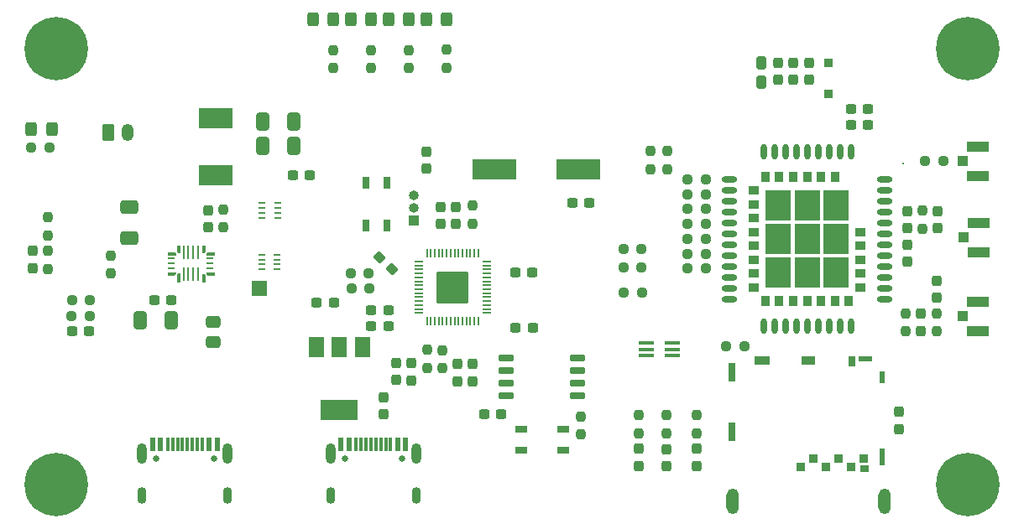
<source format=gbr>
%TF.GenerationSoftware,KiCad,Pcbnew,(6.0.2-0)*%
%TF.CreationDate,2022-03-01T22:23:55+01:00*%
%TF.ProjectId,RP2040GPSTracker,52503230-3430-4475-9053-547261636b65,rev?*%
%TF.SameCoordinates,PX4416780PY363af58*%
%TF.FileFunction,Soldermask,Top*%
%TF.FilePolarity,Negative*%
%FSLAX46Y46*%
G04 Gerber Fmt 4.6, Leading zero omitted, Abs format (unit mm)*
G04 Created by KiCad (PCBNEW (6.0.2-0)) date 2022-03-01 22:23:55*
%MOMM*%
%LPD*%
G01*
G04 APERTURE LIST*
G04 Aperture macros list*
%AMRoundRect*
0 Rectangle with rounded corners*
0 $1 Rounding radius*
0 $2 $3 $4 $5 $6 $7 $8 $9 X,Y pos of 4 corners*
0 Add a 4 corners polygon primitive as box body*
4,1,4,$2,$3,$4,$5,$6,$7,$8,$9,$2,$3,0*
0 Add four circle primitives for the rounded corners*
1,1,$1+$1,$2,$3*
1,1,$1+$1,$4,$5*
1,1,$1+$1,$6,$7*
1,1,$1+$1,$8,$9*
0 Add four rect primitives between the rounded corners*
20,1,$1+$1,$2,$3,$4,$5,0*
20,1,$1+$1,$4,$5,$6,$7,0*
20,1,$1+$1,$6,$7,$8,$9,0*
20,1,$1+$1,$8,$9,$2,$3,0*%
G04 Aperture macros list end*
%ADD10C,0.100000*%
%ADD11C,0.650000*%
%ADD12R,0.600000X1.450000*%
%ADD13R,0.300000X1.450000*%
%ADD14O,0.900000X1.700000*%
%ADD15O,1.000000X2.100000*%
%ADD16RoundRect,0.250000X-0.412500X-0.650000X0.412500X-0.650000X0.412500X0.650000X-0.412500X0.650000X0*%
%ADD17RoundRect,0.237500X0.237500X-0.250000X0.237500X0.250000X-0.237500X0.250000X-0.237500X-0.250000X0*%
%ADD18RoundRect,0.237500X-0.237500X0.300000X-0.237500X-0.300000X0.237500X-0.300000X0.237500X0.300000X0*%
%ADD19RoundRect,0.237500X-0.250000X-0.237500X0.250000X-0.237500X0.250000X0.237500X-0.250000X0.237500X0*%
%ADD20RoundRect,0.237500X0.237500X-0.300000X0.237500X0.300000X-0.237500X0.300000X-0.237500X-0.300000X0*%
%ADD21RoundRect,0.237500X0.300000X0.237500X-0.300000X0.237500X-0.300000X-0.237500X0.300000X-0.237500X0*%
%ADD22R,0.127000X0.127000*%
%ADD23R,0.250000X1.400000*%
%ADD24R,0.700000X0.250000*%
%ADD25C,6.400000*%
%ADD26O,1.600000X0.600000*%
%ADD27O,0.600000X1.600000*%
%ADD28R,1.100000X0.900000*%
%ADD29R,0.900000X1.100000*%
%ADD30R,2.600000X3.100000*%
%ADD31RoundRect,0.250000X-0.650000X0.412500X-0.650000X-0.412500X0.650000X-0.412500X0.650000X0.412500X0*%
%ADD32RoundRect,0.237500X-0.237500X0.250000X-0.237500X-0.250000X0.237500X-0.250000X0.237500X0.250000X0*%
%ADD33RoundRect,0.237500X0.250000X0.237500X-0.250000X0.237500X-0.250000X-0.237500X0.250000X-0.237500X0*%
%ADD34R,1.041400X0.990600*%
%ADD35R,2.209800X1.041400*%
%ADD36RoundRect,0.250000X-0.325000X-0.450000X0.325000X-0.450000X0.325000X0.450000X-0.325000X0.450000X0*%
%ADD37RoundRect,0.250000X-0.350000X-0.625000X0.350000X-0.625000X0.350000X0.625000X-0.350000X0.625000X0*%
%ADD38O,1.200000X1.750000*%
%ADD39RoundRect,0.250000X0.325000X0.450000X-0.325000X0.450000X-0.325000X-0.450000X0.325000X-0.450000X0*%
%ADD40R,1.500000X0.400000*%
%ADD41RoundRect,0.050000X0.387500X0.050000X-0.387500X0.050000X-0.387500X-0.050000X0.387500X-0.050000X0*%
%ADD42RoundRect,0.050000X0.050000X0.387500X-0.050000X0.387500X-0.050000X-0.387500X0.050000X-0.387500X0*%
%ADD43RoundRect,0.144000X1.456000X1.456000X-1.456000X1.456000X-1.456000X-1.456000X1.456000X-1.456000X0*%
%ADD44R,3.400000X2.000000*%
%ADD45RoundRect,0.237500X-0.300000X-0.237500X0.300000X-0.237500X0.300000X0.237500X-0.300000X0.237500X0*%
%ADD46R,0.711200X0.228600*%
%ADD47R,1.000000X1.000000*%
%ADD48O,1.000000X1.000000*%
%ADD49R,1.500000X2.000000*%
%ADD50R,3.800000X2.000000*%
%ADD51RoundRect,0.237500X0.237500X-0.287500X0.237500X0.287500X-0.237500X0.287500X-0.237500X-0.287500X0*%
%ADD52RoundRect,0.237500X-0.380070X0.044194X0.044194X-0.380070X0.380070X-0.044194X-0.044194X0.380070X0*%
%ADD53R,0.203200X0.203200*%
%ADD54R,0.101600X0.635000*%
%ADD55R,0.838200X0.939800*%
%ADD56R,0.939800X0.787400*%
%ADD57O,1.270000X2.565400*%
%ADD58R,0.558800X1.651000*%
%ADD59R,0.558800X1.219200*%
%ADD60R,1.371600X0.609600*%
%ADD61R,0.736600X1.016000*%
%ADD62R,1.346200X0.965200*%
%ADD63R,1.574800X0.965200*%
%ADD64R,0.635000X1.955800*%
%ADD65R,4.500000X2.000000*%
%ADD66RoundRect,0.250000X0.275000X-0.400000X0.275000X0.400000X-0.275000X0.400000X-0.275000X-0.400000X0*%
%ADD67R,0.950000X0.900000*%
%ADD68R,0.550000X0.300000*%
%ADD69R,0.520000X0.300000*%
%ADD70R,0.650000X1.200000*%
%ADD71RoundRect,0.250000X-0.475000X0.337500X-0.475000X-0.337500X0.475000X-0.337500X0.475000X0.337500X0*%
%ADD72R,1.200000X0.650000*%
%ADD73RoundRect,0.150000X0.650000X0.150000X-0.650000X0.150000X-0.650000X-0.150000X0.650000X-0.150000X0*%
G04 APERTURE END LIST*
D10*
%TO.C,U6*%
X19497571Y26081644D02*
X19497571Y26331644D01*
X19497571Y26331644D02*
X18797571Y26331644D01*
X18797571Y26331644D02*
X18797571Y26181644D01*
X18797571Y26181644D02*
X18897571Y26081644D01*
X18897571Y26081644D02*
X19497571Y26081644D01*
G36*
X19497571Y26081644D02*
G01*
X18897571Y26081644D01*
X18797571Y26181644D01*
X18797571Y26331644D01*
X19497571Y26331644D01*
X19497571Y26081644D01*
G37*
X19497571Y26081644D02*
X18897571Y26081644D01*
X18797571Y26181644D01*
X18797571Y26331644D01*
X19497571Y26331644D01*
X19497571Y26081644D01*
X14897569Y26081644D02*
X14897569Y26331644D01*
X14897569Y26331644D02*
X15597569Y26331644D01*
X15597569Y26331644D02*
X15597569Y26181644D01*
X15597569Y26181644D02*
X15497569Y26081644D01*
X15497569Y26081644D02*
X14897569Y26081644D01*
G36*
X15597569Y26181644D02*
G01*
X15497569Y26081644D01*
X14897569Y26081644D01*
X14897569Y26331644D01*
X15597569Y26331644D01*
X15597569Y26181644D01*
G37*
X15597569Y26181644D02*
X15497569Y26081644D01*
X14897569Y26081644D01*
X14897569Y26331644D01*
X15597569Y26331644D01*
X15597569Y26181644D01*
X18572885Y25406896D02*
X18322885Y25406896D01*
X18322885Y25406896D02*
X18322885Y26106896D01*
X18322885Y26106896D02*
X18472885Y26106896D01*
X18472885Y26106896D02*
X18572885Y26006896D01*
X18572885Y26006896D02*
X18572885Y25406896D01*
G36*
X18572885Y26006896D02*
G01*
X18572885Y25406896D01*
X18322885Y25406896D01*
X18322885Y26106896D01*
X18472885Y26106896D01*
X18572885Y26006896D01*
G37*
X18572885Y26006896D02*
X18572885Y25406896D01*
X18322885Y25406896D01*
X18322885Y26106896D01*
X18472885Y26106896D01*
X18572885Y26006896D01*
X15822255Y25406896D02*
X16072255Y25406896D01*
X16072255Y25406896D02*
X16072255Y26206896D01*
X16072255Y26206896D02*
X15922255Y26206896D01*
X15922255Y26206896D02*
X15822255Y26006896D01*
X15822255Y26006896D02*
X15822255Y25406896D01*
G36*
X16072255Y25406896D02*
G01*
X15822255Y25406896D01*
X15822255Y26006896D01*
X15922255Y26206896D01*
X16072255Y26206896D01*
X16072255Y25406896D01*
G37*
X16072255Y25406896D02*
X15822255Y25406896D01*
X15822255Y26006896D01*
X15922255Y26206896D01*
X16072255Y26206896D01*
X16072255Y25406896D01*
X19497571Y28332148D02*
X19497571Y28082148D01*
X19497571Y28082148D02*
X18797571Y28082148D01*
X18797571Y28082148D02*
X18797571Y28232148D01*
X18797571Y28232148D02*
X18897571Y28332148D01*
X18897571Y28332148D02*
X19497571Y28332148D01*
G36*
X19497571Y28082148D02*
G01*
X18797571Y28082148D01*
X18797571Y28232148D01*
X18897571Y28332148D01*
X19497571Y28332148D01*
X19497571Y28082148D01*
G37*
X19497571Y28082148D02*
X18797571Y28082148D01*
X18797571Y28232148D01*
X18897571Y28332148D01*
X19497571Y28332148D01*
X19497571Y28082148D01*
X18572885Y29006896D02*
X18322885Y29006896D01*
X18322885Y29006896D02*
X18322885Y28306896D01*
X18322885Y28306896D02*
X18472885Y28306896D01*
X18472885Y28306896D02*
X18572885Y28406896D01*
X18572885Y28406896D02*
X18572885Y29006896D01*
G36*
X18572885Y28406896D02*
G01*
X18472885Y28306896D01*
X18322885Y28306896D01*
X18322885Y29006896D01*
X18572885Y29006896D01*
X18572885Y28406896D01*
G37*
X18572885Y28406896D02*
X18472885Y28306896D01*
X18322885Y28306896D01*
X18322885Y29006896D01*
X18572885Y29006896D01*
X18572885Y28406896D01*
X15822255Y29006896D02*
X16072255Y29006896D01*
X16072255Y29006896D02*
X16072255Y28306896D01*
X16072255Y28306896D02*
X15922255Y28306896D01*
X15922255Y28306896D02*
X15822255Y28406896D01*
X15822255Y28406896D02*
X15822255Y29006896D01*
G36*
X16072255Y28306896D02*
G01*
X15922255Y28306896D01*
X15822255Y28406896D01*
X15822255Y29006896D01*
X16072255Y29006896D01*
X16072255Y28306896D01*
G37*
X16072255Y28306896D02*
X15922255Y28306896D01*
X15822255Y28406896D01*
X15822255Y29006896D01*
X16072255Y29006896D01*
X16072255Y28306896D01*
X14897569Y28332148D02*
X14897569Y28082148D01*
X14897569Y28082148D02*
X15597569Y28082148D01*
X15597569Y28082148D02*
X15597569Y28232148D01*
X15597569Y28232148D02*
X15497569Y28332148D01*
X15497569Y28332148D02*
X14897569Y28332148D01*
G36*
X15597569Y28232148D02*
G01*
X15597569Y28082148D01*
X14897569Y28082148D01*
X14897569Y28332148D01*
X15497569Y28332148D01*
X15597569Y28232148D01*
G37*
X15597569Y28232148D02*
X15597569Y28082148D01*
X14897569Y28082148D01*
X14897569Y28332148D01*
X15497569Y28332148D01*
X15597569Y28232148D01*
%TO.C,U4*%
X24100000Y24430001D02*
X24100000Y23989999D01*
X24100000Y23989999D02*
X24760001Y23989999D01*
X24760001Y23989999D02*
X24760001Y24430001D01*
X24760001Y24430001D02*
X24100000Y24430001D01*
G36*
X24760001Y23989999D02*
G01*
X24100000Y23989999D01*
X24100000Y24430001D01*
X24760001Y24430001D01*
X24760001Y23989999D01*
G37*
X24760001Y23989999D02*
X24100000Y23989999D01*
X24100000Y24430001D01*
X24760001Y24430001D01*
X24760001Y23989999D01*
X23359999Y24930000D02*
X23359999Y24490000D01*
X23359999Y24490000D02*
X24020000Y24490000D01*
X24020000Y24490000D02*
X24020000Y24930000D01*
X24020000Y24930000D02*
X23359999Y24930000D01*
G36*
X24020000Y24490000D02*
G01*
X23359999Y24490000D01*
X23359999Y24930000D01*
X24020000Y24930000D01*
X24020000Y24490000D01*
G37*
X24020000Y24490000D02*
X23359999Y24490000D01*
X23359999Y24930000D01*
X24020000Y24930000D01*
X24020000Y24490000D01*
X23359999Y25430001D02*
X23359999Y24989999D01*
X23359999Y24989999D02*
X24020000Y24989999D01*
X24020000Y24989999D02*
X24020000Y25430001D01*
X24020000Y25430001D02*
X23359999Y25430001D01*
G36*
X24020000Y24989999D02*
G01*
X23359999Y24989999D01*
X23359999Y25430001D01*
X24020000Y25430001D01*
X24020000Y24989999D01*
G37*
X24020000Y24989999D02*
X23359999Y24989999D01*
X23359999Y25430001D01*
X24020000Y25430001D01*
X24020000Y24989999D01*
X24100000Y24930000D02*
X24100000Y24490000D01*
X24100000Y24490000D02*
X24760001Y24490000D01*
X24760001Y24490000D02*
X24760001Y24930000D01*
X24760001Y24930000D02*
X24100000Y24930000D01*
G36*
X24760001Y24490000D02*
G01*
X24100000Y24490000D01*
X24100000Y24930000D01*
X24760001Y24930000D01*
X24760001Y24490000D01*
G37*
X24760001Y24490000D02*
X24100000Y24490000D01*
X24100000Y24930000D01*
X24760001Y24930000D01*
X24760001Y24490000D01*
X24100000Y25430001D02*
X24100000Y24989999D01*
X24100000Y24989999D02*
X24760001Y24989999D01*
X24760001Y24989999D02*
X24760001Y25430001D01*
X24760001Y25430001D02*
X24100000Y25430001D01*
G36*
X24760001Y24989999D02*
G01*
X24100000Y24989999D01*
X24100000Y25430001D01*
X24760001Y25430001D01*
X24760001Y24989999D01*
G37*
X24760001Y24989999D02*
X24100000Y24989999D01*
X24100000Y25430001D01*
X24760001Y25430001D01*
X24760001Y24989999D01*
X23359999Y24430001D02*
X23359999Y23989999D01*
X23359999Y23989999D02*
X24020000Y23989999D01*
X24020000Y23989999D02*
X24020000Y24430001D01*
X24020000Y24430001D02*
X23359999Y24430001D01*
G36*
X24020000Y23989999D02*
G01*
X23359999Y23989999D01*
X23359999Y24430001D01*
X24020000Y24430001D01*
X24020000Y23989999D01*
G37*
X24020000Y23989999D02*
X23359999Y23989999D01*
X23359999Y24430001D01*
X24020000Y24430001D01*
X24020000Y23989999D01*
%TD*%
D11*
%TO.C,J7*%
X32714800Y7464600D03*
X38494800Y7464600D03*
D12*
X32354800Y8909600D03*
X33154800Y8909600D03*
D13*
X34354800Y8909600D03*
X35354800Y8909600D03*
X35854800Y8909600D03*
X36854800Y8909600D03*
D12*
X38054800Y8909600D03*
X38854800Y8909600D03*
X38854800Y8909600D03*
X38054800Y8909600D03*
D13*
X37354800Y8909600D03*
X36354800Y8909600D03*
X34854800Y8909600D03*
X33854800Y8909600D03*
D12*
X33154800Y8909600D03*
X32354800Y8909600D03*
D14*
X31279800Y3814600D03*
D15*
X39929800Y7994600D03*
X31279800Y7994600D03*
D14*
X39929800Y3814600D03*
%TD*%
D16*
%TO.C,C46*%
X24463600Y39084600D03*
X27588600Y39084600D03*
%TD*%
D17*
%TO.C,R38*%
X2740000Y30050000D03*
X2740000Y31875000D03*
%TD*%
D18*
%TO.C,C24*%
X92440000Y25492500D03*
X92440000Y23767500D03*
%TD*%
D19*
%TO.C,R32*%
X91277500Y37530000D03*
X93102500Y37530000D03*
%TD*%
D20*
%TO.C,C28*%
X68180000Y6757500D03*
X68180000Y8482500D03*
%TD*%
D21*
%TO.C,C35*%
X31602500Y23250000D03*
X29877500Y23250000D03*
%TD*%
D22*
%TO.C,U6*%
X15947255Y25806896D03*
D23*
X16447381Y26106896D03*
X16947507Y26106896D03*
X17447633Y26106896D03*
X17947759Y26106896D03*
D22*
X18447885Y25756896D03*
X19147571Y26206644D03*
D24*
X19147571Y26706770D03*
X19147571Y27206896D03*
X19147571Y27707022D03*
D22*
X19147571Y28207148D03*
X18447885Y28656896D03*
D23*
X17947759Y28306896D03*
X17447633Y28306896D03*
X16947507Y28306896D03*
X16447381Y28306896D03*
D22*
X15947255Y28656896D03*
X15247569Y28207148D03*
D24*
X15247569Y27707022D03*
X15247569Y27206896D03*
X15247569Y26706770D03*
D22*
X15247569Y26206644D03*
%TD*%
D25*
%TO.C,H4*%
X3604800Y4864600D03*
%TD*%
D26*
%TO.C,U2*%
X71504000Y35731200D03*
X71504000Y34631200D03*
X71504000Y33531200D03*
X71504000Y32431200D03*
X71504000Y31331200D03*
X71504000Y30231200D03*
X71504000Y29131200D03*
X71504000Y28031200D03*
X71504000Y26931200D03*
X71504000Y25831200D03*
X71504000Y24731200D03*
X71504000Y23631200D03*
D27*
X74954000Y20881200D03*
X76054000Y20881200D03*
X77154000Y20881200D03*
X78254000Y20881200D03*
X79354000Y20881200D03*
X80454000Y20881200D03*
X81554000Y20881200D03*
X82654000Y20881200D03*
X83754000Y20881200D03*
D26*
X87204000Y23631200D03*
X87204000Y24731200D03*
X87204000Y25831200D03*
X87204000Y26931200D03*
X87204000Y28031200D03*
X87204000Y29131200D03*
X87204000Y30231200D03*
X87204000Y31331200D03*
X87204000Y32431200D03*
X87204000Y33531200D03*
X87204000Y34631200D03*
X87204000Y35731200D03*
D27*
X83754000Y38481200D03*
X82654000Y38481200D03*
X81554000Y38481200D03*
X80454000Y38481200D03*
X79354000Y38481200D03*
X78254000Y38481200D03*
X77154000Y38481200D03*
X76054000Y38481200D03*
X74954000Y38481200D03*
D28*
X74004000Y34581200D03*
X74004000Y33181200D03*
X74004000Y31781200D03*
X74004000Y30381200D03*
X74004000Y28981200D03*
X74004000Y27581200D03*
X74004000Y26181200D03*
X74004000Y24781200D03*
D29*
X75154000Y23381200D03*
X76554000Y23381200D03*
X77954000Y23381200D03*
X79354000Y23381200D03*
X80754000Y23381200D03*
X82154000Y23381200D03*
X83554000Y23381200D03*
D28*
X84704000Y24781200D03*
X84704000Y26181200D03*
X84704000Y27581200D03*
X84704000Y28981200D03*
X84704000Y30381200D03*
D29*
X82154000Y35981200D03*
X80754000Y35981200D03*
X79354000Y35981200D03*
X77954000Y35981200D03*
X76554000Y35981200D03*
X75154000Y35981200D03*
D30*
X76454000Y33081200D03*
X76454000Y29681200D03*
X76454000Y26281200D03*
X79354000Y26281200D03*
X82254000Y26281200D03*
X82254000Y29681200D03*
X82254000Y33081200D03*
X79354000Y33081200D03*
X79354000Y29681200D03*
%TD*%
D31*
%TO.C,C34*%
X10965000Y32887500D03*
X10965000Y29762500D03*
%TD*%
D32*
%TO.C,R30*%
X35350000Y48765000D03*
X35350000Y46940000D03*
%TD*%
D19*
%TO.C,R16*%
X60852500Y24300000D03*
X62677500Y24300000D03*
%TD*%
D33*
%TO.C,R28*%
X2940000Y38925000D03*
X1115000Y38925000D03*
%TD*%
D25*
%TO.C,H3*%
X95604800Y4864600D03*
%TD*%
D34*
%TO.C,J4*%
X95085600Y21883200D03*
D35*
X96610601Y20408199D03*
X96610601Y23358201D03*
%TD*%
D18*
%TO.C,C23*%
X89460000Y32495000D03*
X89460000Y30770000D03*
%TD*%
D33*
%TO.C,R7*%
X69152500Y31200000D03*
X67327500Y31200000D03*
%TD*%
D19*
%TO.C,R19*%
X33377500Y24700000D03*
X35202500Y24700000D03*
%TD*%
D36*
%TO.C,D4*%
X37110000Y51860000D03*
X39160000Y51860000D03*
%TD*%
D21*
%TO.C,C19*%
X57381700Y33293400D03*
X55656700Y33293400D03*
%TD*%
D37*
%TO.C,J9*%
X8850000Y40422000D03*
D38*
X10850000Y40422000D03*
%TD*%
D18*
%TO.C,C8*%
X45631000Y17055600D03*
X45631000Y15330600D03*
%TD*%
D39*
%TO.C,D2*%
X3165000Y40750000D03*
X1115000Y40750000D03*
%TD*%
D19*
%TO.C,R18*%
X33327500Y26200000D03*
X35152500Y26200000D03*
%TD*%
D20*
%TO.C,C20*%
X40990000Y36797500D03*
X40990000Y38522500D03*
%TD*%
D19*
%TO.C,R27*%
X71177500Y18830000D03*
X73002500Y18830000D03*
%TD*%
D18*
%TO.C,C11*%
X39408000Y17129600D03*
X39408000Y15404600D03*
%TD*%
D32*
%TO.C,R22*%
X42980000Y48782500D03*
X42980000Y46957500D03*
%TD*%
D33*
%TO.C,R8*%
X69152500Y34200000D03*
X67327500Y34200000D03*
%TD*%
D17*
%TO.C,R25*%
X65140000Y10040000D03*
X65140000Y11865000D03*
%TD*%
%TO.C,R20*%
X92440000Y20337500D03*
X92440000Y22162500D03*
%TD*%
D32*
%TO.C,R5*%
X56553000Y11768600D03*
X56553000Y9943600D03*
%TD*%
%TO.C,R21*%
X90980000Y32552500D03*
X90980000Y30727500D03*
%TD*%
D40*
%TO.C,CR1*%
X65790000Y17900000D03*
X65790000Y18550000D03*
X65790000Y19200000D03*
X63130000Y19200000D03*
X63130000Y18550000D03*
X63130000Y17900000D03*
%TD*%
D41*
%TO.C,U3*%
X47036500Y22202600D03*
X47036500Y22602600D03*
X47036500Y23002600D03*
X47036500Y23402600D03*
X47036500Y23802600D03*
X47036500Y24202600D03*
X47036500Y24602600D03*
X47036500Y25002600D03*
X47036500Y25402600D03*
X47036500Y25802600D03*
X47036500Y26202600D03*
X47036500Y26602600D03*
X47036500Y27002600D03*
X47036500Y27402600D03*
D42*
X46199000Y28240100D03*
X45799000Y28240100D03*
X45399000Y28240100D03*
X44999000Y28240100D03*
X44599000Y28240100D03*
X44199000Y28240100D03*
X43799000Y28240100D03*
X43399000Y28240100D03*
X42999000Y28240100D03*
X42599000Y28240100D03*
X42199000Y28240100D03*
X41799000Y28240100D03*
X41399000Y28240100D03*
X40999000Y28240100D03*
D41*
X40161500Y27402600D03*
X40161500Y27002600D03*
X40161500Y26602600D03*
X40161500Y26202600D03*
X40161500Y25802600D03*
X40161500Y25402600D03*
X40161500Y25002600D03*
X40161500Y24602600D03*
X40161500Y24202600D03*
X40161500Y23802600D03*
X40161500Y23402600D03*
X40161500Y23002600D03*
X40161500Y22602600D03*
X40161500Y22202600D03*
D42*
X40999000Y21365100D03*
X41399000Y21365100D03*
X41799000Y21365100D03*
X42199000Y21365100D03*
X42599000Y21365100D03*
X42999000Y21365100D03*
X43399000Y21365100D03*
X43799000Y21365100D03*
X44199000Y21365100D03*
X44599000Y21365100D03*
X44999000Y21365100D03*
X45399000Y21365100D03*
X45799000Y21365100D03*
X46199000Y21365100D03*
D43*
X43599000Y24802600D03*
%TD*%
D25*
%TO.C,H2*%
X95604800Y48864600D03*
%TD*%
D44*
%TO.C,L2*%
X19714600Y41858400D03*
X19714600Y36158400D03*
%TD*%
D45*
%TO.C,C6*%
X35377500Y20900000D03*
X37102500Y20900000D03*
%TD*%
D32*
%TO.C,R23*%
X39160000Y48760000D03*
X39160000Y46935000D03*
%TD*%
D21*
%TO.C,C12*%
X48525500Y11975600D03*
X46800500Y11975600D03*
%TD*%
D20*
%TO.C,C45*%
X1210000Y26742500D03*
X1210000Y28467500D03*
%TD*%
D46*
%TO.C,U10*%
X25925100Y26607455D03*
X25925100Y27107581D03*
X25925100Y27607707D03*
X25925100Y28107833D03*
X24324900Y28107833D03*
X24324900Y27607707D03*
X24324900Y27107581D03*
X24324900Y26607455D03*
%TD*%
D17*
%TO.C,R34*%
X2740000Y26680000D03*
X2740000Y28505000D03*
%TD*%
D18*
%TO.C,C5*%
X43954600Y32929500D03*
X43954600Y31204500D03*
%TD*%
D33*
%TO.C,R4*%
X69151050Y28200000D03*
X67326050Y28200000D03*
%TD*%
D47*
%TO.C,J3*%
X39645000Y31525000D03*
D48*
X39645000Y32795000D03*
X39645000Y34065000D03*
%TD*%
D16*
%TO.C,C38*%
X24463600Y41523000D03*
X27588600Y41523000D03*
%TD*%
D20*
%TO.C,C27*%
X88660000Y10487500D03*
X88660000Y12212500D03*
%TD*%
D32*
%TO.C,R12*%
X63565000Y38562500D03*
X63565000Y36737500D03*
%TD*%
D17*
%TO.C,R26*%
X62350000Y10077500D03*
X62350000Y11902500D03*
%TD*%
D49*
%TO.C,U7*%
X34490000Y18750000D03*
X32190000Y18750000D03*
X29890000Y18750000D03*
D50*
X32190000Y12450000D03*
%TD*%
D20*
%TO.C,C1*%
X44107000Y15330600D03*
X44107000Y17055600D03*
%TD*%
D32*
%TO.C,R31*%
X31560000Y48775000D03*
X31560000Y46950000D03*
%TD*%
D45*
%TO.C,C7*%
X35377500Y22450000D03*
X37102500Y22450000D03*
%TD*%
D17*
%TO.C,R37*%
X9130000Y26205000D03*
X9130000Y28030000D03*
%TD*%
D51*
%TO.C,D1*%
X89460000Y27382500D03*
X89460000Y29132500D03*
%TD*%
D36*
%TO.C,D5*%
X33305000Y51860000D03*
X35355000Y51860000D03*
%TD*%
D32*
%TO.C,R13*%
X89340000Y22162500D03*
X89340000Y20337500D03*
%TD*%
D20*
%TO.C,C30*%
X62350000Y6777500D03*
X62350000Y8502500D03*
%TD*%
D52*
%TO.C,C3*%
X36230120Y27859880D03*
X37449880Y26640120D03*
%TD*%
D53*
%TO.C,U8*%
X89036100Y37340000D03*
D54*
X89436100Y36861400D03*
X89836100Y36861400D03*
X89836100Y37818600D03*
X89436100Y37818600D03*
%TD*%
D20*
%TO.C,C29*%
X65140000Y6735000D03*
X65140000Y8460000D03*
%TD*%
D21*
%TO.C,C4*%
X51647300Y26305400D03*
X49922300Y26305400D03*
%TD*%
D17*
%TO.C,R24*%
X68180000Y10057500D03*
X68180000Y11882500D03*
%TD*%
D19*
%TO.C,R29*%
X5177500Y21920000D03*
X7002500Y21920000D03*
%TD*%
D45*
%TO.C,C36*%
X5227500Y20360000D03*
X6952500Y20360000D03*
%TD*%
D55*
%TO.C,J8*%
X83804999Y6659499D03*
X81264999Y6659499D03*
X78724999Y6659499D03*
X85074999Y7509500D03*
X82534999Y7509500D03*
X79994999Y7509500D03*
D56*
X85124999Y6479499D03*
D57*
X87215000Y3159500D03*
D58*
X86965001Y7659499D03*
D59*
X86965001Y15744499D03*
D60*
X85230000Y17564500D03*
D61*
X83914999Y17349500D03*
D62*
X79465102Y17384499D03*
D63*
X74830001Y17384500D03*
D64*
X71815000Y16209500D03*
X71765000Y10239500D03*
D57*
X71865000Y3159500D03*
%TD*%
D21*
%TO.C,C18*%
X85482500Y42790000D03*
X83757500Y42790000D03*
%TD*%
D19*
%TO.C,R15*%
X60830800Y28699000D03*
X62655800Y28699000D03*
%TD*%
D33*
%TO.C,R9*%
X69151050Y35700000D03*
X67326050Y35700000D03*
%TD*%
D18*
%TO.C,C22*%
X90860000Y22112500D03*
X90860000Y20387500D03*
%TD*%
D20*
%TO.C,C37*%
X36640000Y11977500D03*
X36640000Y13702500D03*
%TD*%
D25*
%TO.C,H1*%
X3604800Y48864600D03*
%TD*%
D65*
%TO.C,Y1*%
X56315000Y36700000D03*
X47815000Y36700000D03*
%TD*%
D66*
%TO.C,C13*%
X74770000Y45542000D03*
X74770000Y47492000D03*
%TD*%
D17*
%TO.C,R1*%
X42583000Y16627600D03*
X42583000Y18452600D03*
%TD*%
D46*
%TO.C,U5*%
X25940100Y31799811D03*
X25940100Y32299937D03*
X25940100Y32800063D03*
X25940100Y33300189D03*
X24339900Y33300189D03*
X24339900Y32800063D03*
X24339900Y32299937D03*
X24339900Y31799811D03*
%TD*%
D67*
%TO.C,Z1*%
X81512800Y44342200D03*
X81512800Y47492200D03*
%TD*%
D21*
%TO.C,C2*%
X51675100Y20738600D03*
X49950100Y20738600D03*
%TD*%
D68*
%TO.C,U4*%
X23704987Y25209999D03*
D69*
X23690001Y24710000D03*
X23690001Y24210001D03*
X24429999Y24210001D03*
X24429999Y24710000D03*
X24429999Y25209999D03*
%TD*%
D20*
%TO.C,C16*%
X79560000Y45765900D03*
X79560000Y47490900D03*
%TD*%
D33*
%TO.C,R6*%
X69151050Y29700000D03*
X67326050Y29700000D03*
%TD*%
%TO.C,R3*%
X69152500Y26700000D03*
X67327500Y26700000D03*
%TD*%
D32*
%TO.C,R11*%
X65215000Y38562500D03*
X65215000Y36737500D03*
%TD*%
D20*
%TO.C,C21*%
X92520000Y30770000D03*
X92520000Y32495000D03*
%TD*%
D32*
%TO.C,R35*%
X20502000Y32656500D03*
X20502000Y30831500D03*
%TD*%
D34*
%TO.C,J10*%
X95085600Y37520000D03*
D35*
X96610601Y36044999D03*
X96610601Y38995001D03*
%TD*%
D45*
%TO.C,C32*%
X13497500Y23470000D03*
X15222500Y23470000D03*
%TD*%
D11*
%TO.C,J6*%
X13714800Y7464600D03*
X19494800Y7464600D03*
D12*
X13354800Y8909600D03*
X14154800Y8909600D03*
D13*
X15354800Y8909600D03*
X16354800Y8909600D03*
X16854800Y8909600D03*
X17854800Y8909600D03*
D12*
X19054800Y8909600D03*
X19854800Y8909600D03*
X19854800Y8909600D03*
X19054800Y8909600D03*
D13*
X18354800Y8909600D03*
X17354800Y8909600D03*
X15854800Y8909600D03*
X14854800Y8909600D03*
D12*
X14154800Y8909600D03*
X13354800Y8909600D03*
D15*
X20929800Y7994600D03*
D14*
X12279800Y3814600D03*
X20929800Y3814600D03*
D15*
X12279800Y7994600D03*
%TD*%
D20*
%TO.C,C9*%
X42405200Y31204500D03*
X42405200Y32929500D03*
%TD*%
%TO.C,C10*%
X37884000Y15431100D03*
X37884000Y17156100D03*
%TD*%
D33*
%TO.C,R33*%
X7012500Y23500000D03*
X5187500Y23500000D03*
%TD*%
D16*
%TO.C,C31*%
X12057500Y21490000D03*
X15182500Y21490000D03*
%TD*%
D36*
%TO.C,D3*%
X40915000Y51850000D03*
X42965000Y51850000D03*
%TD*%
D17*
%TO.C,R17*%
X45631000Y31232600D03*
X45631000Y33057600D03*
%TD*%
D45*
%TO.C,C17*%
X83757500Y41240000D03*
X85482500Y41240000D03*
%TD*%
D34*
%TO.C,J5*%
X95105600Y29830000D03*
D35*
X96630601Y28354999D03*
X96630601Y31305001D03*
%TD*%
D70*
%TO.C,J2*%
X36995000Y31070000D03*
X36995000Y35370000D03*
X34845000Y31070000D03*
X34845000Y35370000D03*
%TD*%
D45*
%TO.C,C26*%
X27477500Y36100000D03*
X29202500Y36100000D03*
%TD*%
D20*
%TO.C,C14*%
X76432800Y45765900D03*
X76432800Y47490900D03*
%TD*%
D19*
%TO.C,R14*%
X60828900Y26844800D03*
X62653900Y26844800D03*
%TD*%
D71*
%TO.C,C33*%
X19486000Y21335000D03*
X19486000Y19260000D03*
%TD*%
D20*
%TO.C,C15*%
X77956800Y45765900D03*
X77956800Y47490900D03*
%TD*%
D17*
%TO.C,R2*%
X41059000Y16674600D03*
X41059000Y18499600D03*
%TD*%
D72*
%TO.C,J1*%
X50491400Y8309800D03*
X54791400Y8309800D03*
X54791400Y10459800D03*
X50491400Y10459800D03*
%TD*%
D33*
%TO.C,R10*%
X69152500Y32700000D03*
X67327500Y32700000D03*
%TD*%
D18*
%TO.C,C44*%
X18978000Y32555700D03*
X18978000Y30830700D03*
%TD*%
D36*
%TO.C,D6*%
X29495000Y51860000D03*
X31545000Y51860000D03*
%TD*%
D73*
%TO.C,U1*%
X56216000Y13880600D03*
X56216000Y15150600D03*
X56216000Y16420600D03*
X56216000Y17690600D03*
X49016000Y17690600D03*
X49016000Y16420600D03*
X49016000Y15150600D03*
X49016000Y13880600D03*
%TD*%
M02*

</source>
